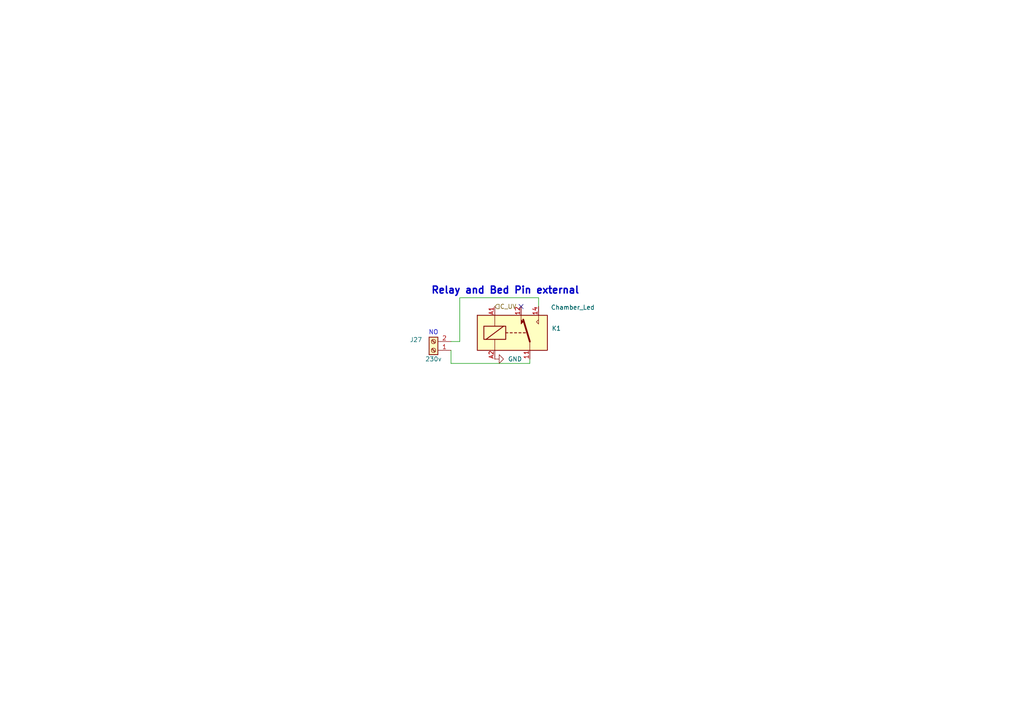
<source format=kicad_sch>
(kicad_sch (version 20231120) (generator "eeschema") (generator_version "8.0")
  (paper "A4")
  (lib_symbols
    (symbol "Connector:Screw_Terminal_01x02" (pin_names (offset 1.016) hide)
      (property "Reference" "J" (at 0 2.54 0))
      (property "Value" "Screw_Terminal_01x02" (at 0 -5.08 0))
      (symbol "Screw_Terminal_01x02_1_1"
        (rectangle (start -1.27 1.27) (end 1.27 -3.81) (stroke (width 0.254)) (fill (type background)))
        (circle (center 0 -2.54) (radius 0.635) (stroke (width 0.1524)))
        (polyline (pts (xy -0.5334 -2.2098) (xy 0.3302 -3.048)) (stroke (width 0.1524)))
        (polyline (pts (xy -0.5334 0.3302) (xy 0.3302 -0.508)) (stroke (width 0.1524)))
        (polyline (pts (xy -0.3556 -2.032) (xy 0.508 -2.8702)) (stroke (width 0.1524)))
        (polyline (pts (xy -0.3556 0.508) (xy 0.508 -0.3302)) (stroke (width 0.1524)))
        (circle (center 0 0) (radius 0.635) (stroke (width 0.1524)))
        (pin passive line (at -5.08 0 0) (length 3.81) (name "Pin_1") (number "1"))
        (pin passive line (at -5.08 -2.54 0) (length 3.81) (name "Pin_2") (number "2"))
      )
    )
    (symbol "Relay:G2RL-1"
      (property "Reference" "K" (at 11.43 3.81 0))
      (property "Value" "G2RL-1" (at 11.43 1.27 0))
      (symbol "G2RL-1_0_0"
        (polyline (pts (xy 7.62 5.08) (xy 7.62 2.54) (xy 6.985 3.175) (xy 7.62 3.81)))
      )
      (symbol "G2RL-1_0_1"
        (rectangle (start -10.16 5.08) (end 10.16 -5.08) (stroke (width 0.254)) (fill (type background)))
        (rectangle (start -8.255 1.905) (end -1.905 -1.905) (stroke (width 0.254)))
        (polyline (pts (xy -7.62 -1.905) (xy -2.54 1.905)) (stroke (width 0.254)))
        (polyline (pts (xy -5.08 -5.08) (xy -5.08 -1.905)))
        (polyline (pts (xy -5.08 5.08) (xy -5.08 1.905)))
        (polyline (pts (xy -1.905 0) (xy -1.27 0)) (stroke (width 0.254)))
        (polyline (pts (xy -0.635 0) (xy 0 0)) (stroke (width 0.254)))
        (polyline (pts (xy 0.635 0) (xy 1.27 0)) (stroke (width 0.254)))
        (polyline (pts (xy 1.905 0) (xy 2.54 0)) (stroke (width 0.254)))
        (polyline (pts (xy 3.175 0) (xy 3.81 0)) (stroke (width 0.254)))
        (polyline (pts (xy 5.08 -2.54) (xy 3.175 3.81)) (stroke (width 0.508)))
        (polyline (pts (xy 5.08 -2.54) (xy 5.08 -5.08)))
        (polyline (pts (xy 2.54 5.08) (xy 2.54 2.54) (xy 3.175 3.175) (xy 2.54 3.81)) (fill (type outline)))
      )
      (symbol "G2RL-1_1_1"
        (pin passive line (at 5.08 -7.62 90) (length 2.54) (name "~") (number "11"))
        (pin passive line (at 2.54 7.62 270) (length 2.54) (name "~") (number "12"))
        (pin passive line (at 7.62 7.62 270) (length 2.54) (name "~") (number "14"))
        (pin passive line (at -5.08 7.62 270) (length 2.54) (name "~") (number "A1"))
        (pin passive line (at -5.08 -7.62 90) (length 2.54) (name "~") (number "A2"))
      )
    )
    (symbol "power:GND" (power) (pin_numbers hide) (pin_names (offset 0) hide)
      (property "Value" "GND" (at 0 -3.81 0))
      (symbol "GND_0_1"
        (polyline (pts (xy 0 0) (xy 0 -1.27) (xy 1.27 -1.27) (xy 0 -2.54) (xy -1.27 -1.27) (xy 0 -1.27)))
      )
      (symbol "GND_1_1"
        (pin power_in line (at 0 0 270) (length 0) (name "~") (number "1"))
      )
    )
  )
  (no_connect (at 151.13 88.9))
  (wire (pts (xy 130.81 99.06) (xy 133.35 99.06)))
  (wire (pts (xy 133.35 86.36) (xy 156.21 86.36)))
  (wire (pts (xy 130.81 105.41) (xy 153.67 105.41)))
  (wire (pts (xy 156.21 86.36) (xy 156.21 88.9)))
  (wire (pts (xy 130.81 101.6) (xy 130.81 105.41)))
  (wire (pts (xy 153.67 105.41) (xy 153.67 104.14)))
  (wire (pts (xy 133.35 86.36) (xy 133.35 99.06)))
  (text "NO\n" (at 125.73 96.52 0) (effects (font (size 1.27 1.27))))
  (text "Relay and Bed Pin external\n" (at 146.558 84.328 0) (effects (font (size 2.032 2.032) (thickness 0.4064) (bold yes))))
  (hierarchical_label "C_UV" (shape input) (at 143.51 88.9 0))
  (symbol (lib_id "Relay:G2RL-1") (at 148.59 96.52 0) (unit 1)
    (property "Reference" "K1" (at 160.02 95.2499 0) (effects (justify left)))
    (property "Value" "Chamber_Led" (at 159.766 89.154 0) (effects (justify left)))
    (property "Footprint" "Relay_THT:Relay_SPDT_Omron_G2RL-1" (effects (hide yes)))
    (property "Datasheet" "https://omronfs.omron.com/en_US/ecb/products/pdf/en-g2rl.pdf" (effects (hide yes)))
    (property "Description" "General Purpose Low Profile Relay SPDT Through Hole, Omron G2RL series, 12A 250VAC" (effects (hide yes)))
    (instances (project "SISTER_B1_V1" (path "" (reference "K1") (unit 1)) (path "" (reference "K2") (unit 1))))
  )
  (symbol (lib_id "Connector:Screw_Terminal_01x02") (at 125.73 101.6 180) (unit 1)
    (property "Reference" "J27" (at 120.65 98.552 0))
    (property "Value" "230v" (at 125.73 104.14 0))
    (property "Footprint" "TerminalBlock:TerminalBlock_Altech_AK300-2_P5.00mm" (effects (hide yes)))
    (property "Description" "Generic screw terminal, single row, 01x02, script generated (kicad-library-utils/schlib/autogen/connector/)" (effects (hide yes)))
    (instances (project "SISTER_B1_V1" (path "" (reference "J27") (unit 1)) (path "" (reference "J28") (unit 1))))
  )
  (symbol (lib_id "power:GND") (at 143.51 104.14 90) (unit 1)
    (property "Reference" "#PWR011" (effects (hide yes)))
    (property "Value" "GND" (at 147.32 104.1399 90) (effects (justify right)))
    (property "Description" "Power symbol creates a global label with name \"GND\" , ground" (effects (hide yes)))
    (instances (project "SISTER_B1_V1" (path "" (reference "#PWR011") (unit 1)) (path "" (reference "#PWR012") (unit 1))))
  )
)
</source>
